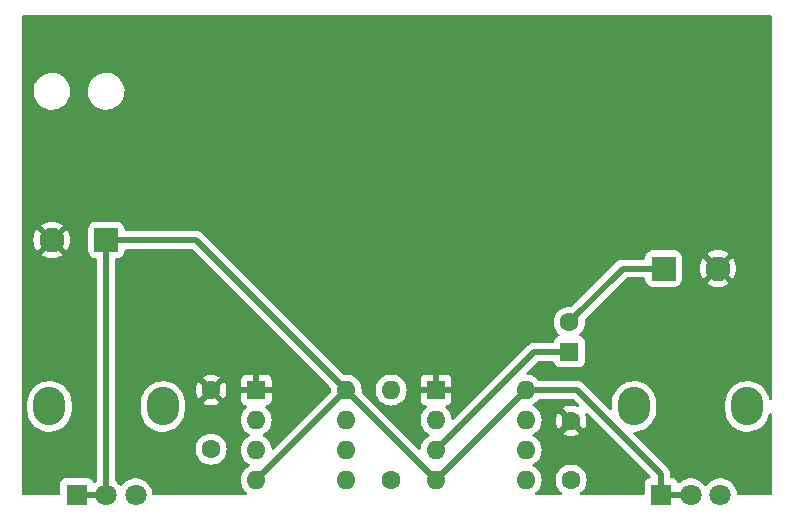
<source format=gbr>
%TF.GenerationSoftware,KiCad,Pcbnew,7.0.9*%
%TF.CreationDate,2023-11-29T23:53:56+08:00*%
%TF.ProjectId,SynthCard,53796e74-6843-4617-9264-2e6b69636164,rev?*%
%TF.SameCoordinates,Original*%
%TF.FileFunction,Copper,L1,Top*%
%TF.FilePolarity,Positive*%
%FSLAX46Y46*%
G04 Gerber Fmt 4.6, Leading zero omitted, Abs format (unit mm)*
G04 Created by KiCad (PCBNEW 7.0.9) date 2023-11-29 23:53:56*
%MOMM*%
%LPD*%
G01*
G04 APERTURE LIST*
G04 Aperture macros list*
%AMRoundRect*
0 Rectangle with rounded corners*
0 $1 Rounding radius*
0 $2 $3 $4 $5 $6 $7 $8 $9 X,Y pos of 4 corners*
0 Add a 4 corners polygon primitive as box body*
4,1,4,$2,$3,$4,$5,$6,$7,$8,$9,$2,$3,0*
0 Add four circle primitives for the rounded corners*
1,1,$1+$1,$2,$3*
1,1,$1+$1,$4,$5*
1,1,$1+$1,$6,$7*
1,1,$1+$1,$8,$9*
0 Add four rect primitives between the rounded corners*
20,1,$1+$1,$2,$3,$4,$5,0*
20,1,$1+$1,$4,$5,$6,$7,0*
20,1,$1+$1,$6,$7,$8,$9,0*
20,1,$1+$1,$8,$9,$2,$3,0*%
G04 Aperture macros list end*
%TA.AperFunction,ComponentPad*%
%ADD10C,1.600000*%
%TD*%
%TA.AperFunction,ComponentPad*%
%ADD11O,1.600000X1.600000*%
%TD*%
%TA.AperFunction,ComponentPad*%
%ADD12R,1.600000X1.600000*%
%TD*%
%TA.AperFunction,ComponentPad*%
%ADD13O,2.720000X3.240000*%
%TD*%
%TA.AperFunction,ComponentPad*%
%ADD14R,1.800000X1.800000*%
%TD*%
%TA.AperFunction,ComponentPad*%
%ADD15C,1.800000*%
%TD*%
%TA.AperFunction,ComponentPad*%
%ADD16RoundRect,0.250001X-0.799999X-0.799999X0.799999X-0.799999X0.799999X0.799999X-0.799999X0.799999X0*%
%TD*%
%TA.AperFunction,ComponentPad*%
%ADD17C,2.100000*%
%TD*%
%TA.AperFunction,ComponentPad*%
%ADD18RoundRect,0.250001X0.799999X0.799999X-0.799999X0.799999X-0.799999X-0.799999X0.799999X-0.799999X0*%
%TD*%
%TA.AperFunction,Conductor*%
%ADD19C,0.500000*%
%TD*%
G04 APERTURE END LIST*
D10*
%TO.P,R1,1*%
%TO.N,Net-(U1-THR)*%
X135400000Y-120650000D03*
D11*
%TO.P,R1,2*%
%TO.N,Net-(U1-DIS)*%
X135400000Y-113030000D03*
%TD*%
D10*
%TO.P,C2,1*%
%TO.N,Net-(U2-DIS)*%
X150640000Y-120650000D03*
%TO.P,C2,2*%
%TO.N,GND*%
X150640000Y-115650000D03*
%TD*%
D12*
%TO.P,C3,1*%
%TO.N,Net-(U2-Q)*%
X150495000Y-109790113D03*
D10*
%TO.P,C3,2*%
%TO.N,Net-(C3-Pad2)*%
X150495000Y-107290113D03*
%TD*%
%TO.P,C1,1*%
%TO.N,Net-(U1-TR)*%
X120160000Y-118030000D03*
%TO.P,C1,2*%
%TO.N,GND*%
X120160000Y-113030000D03*
%TD*%
D13*
%TO.P,RV1,*%
%TO.N,*%
X106480000Y-114420000D03*
X116080000Y-114420000D03*
D14*
%TO.P,RV1,1,1*%
%TO.N,+9V*%
X108780000Y-121920000D03*
D15*
%TO.P,RV1,2,2*%
X111280000Y-121920000D03*
%TO.P,RV1,3,3*%
%TO.N,Net-(U1-Q)*%
X113780000Y-121920000D03*
%TD*%
D12*
%TO.P,U1,1,GND*%
%TO.N,GND*%
X123980000Y-113030000D03*
D11*
%TO.P,U1,2,TR*%
%TO.N,Net-(U1-TR)*%
X123980000Y-115570000D03*
%TO.P,U1,3,Q*%
%TO.N,Net-(U1-Q)*%
X123980000Y-118110000D03*
%TO.P,U1,4,R*%
%TO.N,+9V*%
X123980000Y-120650000D03*
%TO.P,U1,5,CV*%
%TO.N,unconnected-(U1-CV-Pad5)*%
X131600000Y-120650000D03*
%TO.P,U1,6,THR*%
%TO.N,Net-(U1-THR)*%
X131600000Y-118110000D03*
%TO.P,U1,7,DIS*%
%TO.N,Net-(U1-DIS)*%
X131600000Y-115570000D03*
%TO.P,U1,8,VCC*%
%TO.N,+9V*%
X131600000Y-113030000D03*
%TD*%
D16*
%TO.P,LS1,1,1*%
%TO.N,Net-(C3-Pad2)*%
X158482000Y-102743000D03*
D17*
%TO.P,LS1,2,2*%
%TO.N,GND*%
X163082000Y-102743000D03*
%TD*%
D18*
%TO.P,BT1,1,+*%
%TO.N,+9V*%
X111280000Y-100330000D03*
D17*
%TO.P,BT1,2,-*%
%TO.N,GND*%
X106680000Y-100330000D03*
%TD*%
D12*
%TO.P,U2,1,GND*%
%TO.N,GND*%
X139210000Y-113030000D03*
D11*
%TO.P,U2,2,TR*%
%TO.N,Net-(U1-Q)*%
X139210000Y-115570000D03*
%TO.P,U2,3,Q*%
%TO.N,Net-(U2-Q)*%
X139210000Y-118110000D03*
%TO.P,U2,4,R*%
%TO.N,+9V*%
X139210000Y-120650000D03*
%TO.P,U2,5,CV*%
%TO.N,unconnected-(U2-CV-Pad5)*%
X146830000Y-120650000D03*
%TO.P,U2,6,THR*%
%TO.N,Net-(U2-DIS)*%
X146830000Y-118110000D03*
%TO.P,U2,7,DIS*%
X146830000Y-115570000D03*
%TO.P,U2,8,VCC*%
%TO.N,+9V*%
X146830000Y-113030000D03*
%TD*%
D13*
%TO.P,RV2,*%
%TO.N,*%
X155970000Y-114420000D03*
X165570000Y-114420000D03*
D14*
%TO.P,RV2,1,1*%
%TO.N,+9V*%
X158270000Y-121920000D03*
D15*
%TO.P,RV2,2,2*%
X160770000Y-121920000D03*
%TO.P,RV2,3,3*%
%TO.N,Net-(U2-DIS)*%
X163270000Y-121920000D03*
%TD*%
D19*
%TO.N,+9V*%
X139210000Y-120640000D02*
X139210000Y-120650000D01*
X111280000Y-121920000D02*
X108780000Y-121920000D01*
X146830000Y-113030000D02*
X139210000Y-120650000D01*
X131600000Y-113030000D02*
X139210000Y-120640000D01*
X131600000Y-113030000D02*
X123980000Y-120650000D01*
X118900000Y-100330000D02*
X111280000Y-100330000D01*
X158270000Y-121920000D02*
X160770000Y-121920000D01*
X111280000Y-100330000D02*
X111280000Y-121920000D01*
X131600000Y-113030000D02*
X118900000Y-100330000D01*
X151130000Y-113030000D02*
X158270000Y-120170000D01*
X158270000Y-120170000D02*
X158270000Y-121920000D01*
X146830000Y-113030000D02*
X151130000Y-113030000D01*
%TO.N,Net-(U2-Q)*%
X147529887Y-109790113D02*
X139210000Y-118110000D01*
X150495000Y-109790113D02*
X147529887Y-109790113D01*
%TO.N,Net-(C3-Pad2)*%
X158482000Y-102743000D02*
X155042113Y-102743000D01*
X155042113Y-102743000D02*
X150495000Y-107290113D01*
%TD*%
%TA.AperFunction,Conductor*%
%TO.N,GND*%
G36*
X167583039Y-81299685D02*
G01*
X167628794Y-81352489D01*
X167640000Y-81404000D01*
X167640000Y-113732016D01*
X167620315Y-113799055D01*
X167567511Y-113844810D01*
X167498353Y-113854754D01*
X167434797Y-113825729D01*
X167397023Y-113766951D01*
X167394967Y-113758977D01*
X167364065Y-113620253D01*
X167364063Y-113620249D01*
X167364063Y-113620247D01*
X167266355Y-113364781D01*
X167132493Y-113126264D01*
X167072125Y-113048085D01*
X166965330Y-112909781D01*
X166965321Y-112909771D01*
X166768429Y-112719944D01*
X166768427Y-112719942D01*
X166651522Y-112636303D01*
X166545981Y-112560795D01*
X166503829Y-112539123D01*
X166302749Y-112435739D01*
X166302727Y-112435730D01*
X166043883Y-112347424D01*
X166043870Y-112347421D01*
X166042782Y-112347220D01*
X165774903Y-112297740D01*
X165501577Y-112287751D01*
X165229703Y-112317666D01*
X164965084Y-112386846D01*
X164713364Y-112493814D01*
X164479892Y-112636300D01*
X164479882Y-112636307D01*
X164269654Y-112811260D01*
X164269648Y-112811266D01*
X164087133Y-113014966D01*
X163936217Y-113243077D01*
X163820121Y-113490732D01*
X163820119Y-113490739D01*
X163741326Y-113752633D01*
X163741323Y-113752647D01*
X163723419Y-113874304D01*
X163701500Y-114023243D01*
X163701500Y-114748288D01*
X163715756Y-114943075D01*
X163716467Y-114952782D01*
X163716469Y-114952795D01*
X163775934Y-115219746D01*
X163775937Y-115219753D01*
X163873645Y-115475219D01*
X163996126Y-115693458D01*
X164007506Y-115713734D01*
X164007509Y-115713739D01*
X164174669Y-115930218D01*
X164174678Y-115930228D01*
X164283521Y-116035165D01*
X164371574Y-116120059D01*
X164594019Y-116279205D01*
X164639291Y-116302481D01*
X164837250Y-116404260D01*
X164837261Y-116404264D01*
X164837266Y-116404267D01*
X164837272Y-116404269D01*
X165096116Y-116492575D01*
X165096122Y-116492576D01*
X165096130Y-116492579D01*
X165365093Y-116542259D01*
X165529091Y-116548252D01*
X165638422Y-116552248D01*
X165638422Y-116552247D01*
X165638424Y-116552248D01*
X165910296Y-116522334D01*
X166174916Y-116453153D01*
X166289971Y-116404260D01*
X166426635Y-116346185D01*
X166426638Y-116346183D01*
X166426643Y-116346181D01*
X166660112Y-116203697D01*
X166870347Y-116028738D01*
X167052867Y-115825033D01*
X167203783Y-115596923D01*
X167319877Y-115349271D01*
X167349743Y-115250000D01*
X167397258Y-115092070D01*
X167435421Y-115033544D01*
X167499169Y-115004942D01*
X167568259Y-115015344D01*
X167620758Y-115061449D01*
X167640000Y-115127794D01*
X167640000Y-121796000D01*
X167620315Y-121863039D01*
X167567511Y-121908794D01*
X167516000Y-121920000D01*
X164797477Y-121920000D01*
X164730438Y-121900315D01*
X164684683Y-121847511D01*
X164673901Y-121806240D01*
X164664051Y-121687377D01*
X164664051Y-121687374D01*
X164606749Y-121461093D01*
X164512984Y-121247331D01*
X164432706Y-121124456D01*
X164385313Y-121051915D01*
X164227223Y-120880185D01*
X164227222Y-120880184D01*
X164227220Y-120880182D01*
X164043017Y-120736810D01*
X164043015Y-120736809D01*
X164043014Y-120736808D01*
X164043011Y-120736806D01*
X163837733Y-120625716D01*
X163837730Y-120625715D01*
X163837727Y-120625713D01*
X163837721Y-120625711D01*
X163837719Y-120625710D01*
X163616954Y-120549920D01*
X163415051Y-120516229D01*
X163386712Y-120511500D01*
X163153288Y-120511500D01*
X163124949Y-120516229D01*
X162923045Y-120549920D01*
X162702280Y-120625710D01*
X162702266Y-120625716D01*
X162496988Y-120736806D01*
X162496985Y-120736808D01*
X162312781Y-120880181D01*
X162312776Y-120880185D01*
X162154688Y-121051913D01*
X162123809Y-121099178D01*
X162070662Y-121144534D01*
X162001431Y-121153958D01*
X161938095Y-121124456D01*
X161916191Y-121099178D01*
X161885311Y-121051913D01*
X161727223Y-120880185D01*
X161727222Y-120880184D01*
X161727220Y-120880182D01*
X161543017Y-120736810D01*
X161543015Y-120736809D01*
X161543014Y-120736808D01*
X161543011Y-120736806D01*
X161337733Y-120625716D01*
X161337730Y-120625715D01*
X161337727Y-120625713D01*
X161337721Y-120625711D01*
X161337719Y-120625710D01*
X161116954Y-120549920D01*
X160915051Y-120516229D01*
X160886712Y-120511500D01*
X160653288Y-120511500D01*
X160624949Y-120516229D01*
X160423045Y-120549920D01*
X160202280Y-120625710D01*
X160202266Y-120625716D01*
X159996988Y-120736806D01*
X159996986Y-120736807D01*
X159828123Y-120868239D01*
X159763129Y-120893881D01*
X159694589Y-120880314D01*
X159644264Y-120831846D01*
X159635780Y-120813719D01*
X159620889Y-120773796D01*
X159612616Y-120762745D01*
X159533261Y-120656739D01*
X159416204Y-120569111D01*
X159279203Y-120518011D01*
X159218654Y-120511500D01*
X159218638Y-120511500D01*
X159152500Y-120511500D01*
X159085461Y-120491815D01*
X159039706Y-120439011D01*
X159028500Y-120387500D01*
X159028500Y-120234294D01*
X159029809Y-120216324D01*
X159030229Y-120213449D01*
X159033341Y-120192211D01*
X159028735Y-120139573D01*
X159028500Y-120134172D01*
X159028500Y-120125824D01*
X159028499Y-120125813D01*
X159024652Y-120092903D01*
X159017887Y-120015576D01*
X159016427Y-120008503D01*
X159016473Y-120008493D01*
X159014790Y-120000902D01*
X159014744Y-120000914D01*
X159013080Y-119993895D01*
X159013079Y-119993887D01*
X158986526Y-119920934D01*
X158962114Y-119847262D01*
X158962113Y-119847260D01*
X158959061Y-119840715D01*
X158959105Y-119840694D01*
X158955717Y-119833695D01*
X158955674Y-119833717D01*
X158952436Y-119827269D01*
X158909766Y-119762394D01*
X158869030Y-119696349D01*
X158864553Y-119690687D01*
X158864590Y-119690656D01*
X158859681Y-119684629D01*
X158859645Y-119684660D01*
X158855005Y-119679131D01*
X158855003Y-119679129D01*
X158855001Y-119679126D01*
X158817560Y-119643802D01*
X158798517Y-119625835D01*
X155936160Y-116763479D01*
X155902675Y-116702156D01*
X155907659Y-116632464D01*
X155949531Y-116576531D01*
X156014995Y-116552114D01*
X156028370Y-116551881D01*
X156038422Y-116552248D01*
X156038422Y-116552247D01*
X156038424Y-116552248D01*
X156310296Y-116522334D01*
X156574916Y-116453153D01*
X156689971Y-116404260D01*
X156826635Y-116346185D01*
X156826638Y-116346183D01*
X156826643Y-116346181D01*
X157060112Y-116203697D01*
X157270347Y-116028738D01*
X157452867Y-115825033D01*
X157603783Y-115596923D01*
X157719877Y-115349271D01*
X157788629Y-115120750D01*
X157798673Y-115087366D01*
X157798673Y-115087362D01*
X157798676Y-115087355D01*
X157838500Y-114816757D01*
X157838500Y-114091712D01*
X157823533Y-113887217D01*
X157796743Y-113766951D01*
X157764065Y-113620253D01*
X157764063Y-113620249D01*
X157764063Y-113620247D01*
X157666355Y-113364781D01*
X157532493Y-113126264D01*
X157472125Y-113048085D01*
X157365330Y-112909781D01*
X157365321Y-112909771D01*
X157168429Y-112719944D01*
X157168427Y-112719942D01*
X157051522Y-112636303D01*
X156945981Y-112560795D01*
X156903829Y-112539123D01*
X156702749Y-112435739D01*
X156702727Y-112435730D01*
X156443883Y-112347424D01*
X156443870Y-112347421D01*
X156442782Y-112347220D01*
X156174903Y-112297740D01*
X155901577Y-112287751D01*
X155629703Y-112317666D01*
X155365084Y-112386846D01*
X155113364Y-112493814D01*
X154879892Y-112636300D01*
X154879882Y-112636307D01*
X154669654Y-112811260D01*
X154669648Y-112811266D01*
X154487133Y-113014966D01*
X154336217Y-113243077D01*
X154220121Y-113490732D01*
X154220119Y-113490739D01*
X154141326Y-113752633D01*
X154141323Y-113752647D01*
X154123419Y-113874304D01*
X154101500Y-114023243D01*
X154101500Y-114023247D01*
X154101500Y-114629457D01*
X154081815Y-114696496D01*
X154029011Y-114742251D01*
X153959853Y-114752195D01*
X153896297Y-114723170D01*
X153889819Y-114717138D01*
X151711804Y-112539123D01*
X151700022Y-112525490D01*
X151685472Y-112505946D01*
X151685471Y-112505945D01*
X151685469Y-112505942D01*
X151684595Y-112505208D01*
X151644987Y-112471972D01*
X151640998Y-112468317D01*
X151635102Y-112462421D01*
X151635101Y-112462420D01*
X151609103Y-112441863D01*
X151601797Y-112435733D01*
X151549642Y-112391970D01*
X151549640Y-112391968D01*
X151549635Y-112391965D01*
X151543605Y-112387999D01*
X151543630Y-112387959D01*
X151537069Y-112383779D01*
X151537045Y-112383820D01*
X151530904Y-112380031D01*
X151460540Y-112347220D01*
X151391185Y-112312389D01*
X151384401Y-112309920D01*
X151384416Y-112309876D01*
X151377071Y-112307322D01*
X151377057Y-112307367D01*
X151370205Y-112305096D01*
X151332177Y-112297244D01*
X151294149Y-112289392D01*
X151218656Y-112271500D01*
X151218654Y-112271500D01*
X151218646Y-112271498D01*
X151211482Y-112270661D01*
X151211487Y-112270612D01*
X151203757Y-112269822D01*
X151203753Y-112269870D01*
X151196562Y-112269240D01*
X151118920Y-112271500D01*
X147960826Y-112271500D01*
X147893787Y-112251815D01*
X147859252Y-112218625D01*
X147836198Y-112185700D01*
X147674300Y-112023802D01*
X147486749Y-111892477D01*
X147486745Y-111892475D01*
X147279249Y-111795718D01*
X147279238Y-111795714D01*
X147058089Y-111736457D01*
X147058082Y-111736456D01*
X146953458Y-111727303D01*
X146888390Y-111701850D01*
X146847411Y-111645259D01*
X146843533Y-111575497D01*
X146876583Y-111516096D01*
X147807749Y-110584932D01*
X147869072Y-110551447D01*
X147895430Y-110548613D01*
X149065426Y-110548613D01*
X149132465Y-110568298D01*
X149178220Y-110621102D01*
X149188715Y-110659358D01*
X149193010Y-110699314D01*
X149193011Y-110699317D01*
X149244111Y-110836317D01*
X149331739Y-110953374D01*
X149448796Y-111041002D01*
X149585799Y-111092102D01*
X149613050Y-111095031D01*
X149646345Y-111098612D01*
X149646362Y-111098613D01*
X151343638Y-111098613D01*
X151343654Y-111098612D01*
X151370692Y-111095704D01*
X151404201Y-111092102D01*
X151541204Y-111041002D01*
X151658261Y-110953374D01*
X151745889Y-110836317D01*
X151796989Y-110699314D01*
X151801285Y-110659358D01*
X151803499Y-110638767D01*
X151803500Y-110638750D01*
X151803500Y-108941475D01*
X151803499Y-108941458D01*
X151800157Y-108910383D01*
X151796989Y-108880912D01*
X151745889Y-108743909D01*
X151658261Y-108626852D01*
X151541204Y-108539224D01*
X151398006Y-108485812D01*
X151342073Y-108443940D01*
X151317657Y-108378475D01*
X151332510Y-108310203D01*
X151353654Y-108281956D01*
X151501198Y-108134413D01*
X151632523Y-107946862D01*
X151729284Y-107739356D01*
X151788543Y-107518200D01*
X151808498Y-107290113D01*
X151794163Y-107126269D01*
X151807929Y-107057771D01*
X151830007Y-107027785D01*
X155319975Y-103537819D01*
X155381298Y-103504334D01*
X155407656Y-103501500D01*
X156802119Y-103501500D01*
X156869158Y-103521185D01*
X156914913Y-103573989D01*
X156925477Y-103612897D01*
X156934113Y-103697428D01*
X156989883Y-103865735D01*
X156989884Y-103865738D01*
X157082967Y-104016647D01*
X157082970Y-104016651D01*
X157208348Y-104142029D01*
X157208352Y-104142032D01*
X157359261Y-104235115D01*
X157359264Y-104235116D01*
X157527571Y-104290886D01*
X157527572Y-104290886D01*
X157527575Y-104290887D01*
X157631456Y-104301500D01*
X157631461Y-104301500D01*
X159332539Y-104301500D01*
X159332544Y-104301500D01*
X159436425Y-104290887D01*
X159604738Y-104235115D01*
X159755651Y-104142030D01*
X159881030Y-104016651D01*
X159974115Y-103865738D01*
X160029887Y-103697425D01*
X160040500Y-103593544D01*
X160040500Y-102743000D01*
X161527207Y-102743000D01*
X161546348Y-102986219D01*
X161603303Y-103223457D01*
X161696668Y-103448861D01*
X161820504Y-103650942D01*
X162556070Y-102915376D01*
X162558884Y-102928915D01*
X162628442Y-103063156D01*
X162731638Y-103173652D01*
X162860819Y-103252209D01*
X162912002Y-103266549D01*
X162174056Y-104004494D01*
X162376138Y-104128331D01*
X162601542Y-104221696D01*
X162838780Y-104278651D01*
X162838779Y-104278651D01*
X163082000Y-104297792D01*
X163325219Y-104278651D01*
X163562457Y-104221696D01*
X163787861Y-104128331D01*
X163989942Y-104004494D01*
X163253568Y-103268121D01*
X163370458Y-103217349D01*
X163487739Y-103121934D01*
X163574928Y-102998415D01*
X163605354Y-102912802D01*
X164343494Y-103650942D01*
X164467331Y-103448861D01*
X164560696Y-103223457D01*
X164617651Y-102986219D01*
X164636792Y-102743000D01*
X164617651Y-102499780D01*
X164560696Y-102262542D01*
X164467331Y-102037138D01*
X164343494Y-101835056D01*
X163607929Y-102570622D01*
X163605116Y-102557085D01*
X163535558Y-102422844D01*
X163432362Y-102312348D01*
X163303181Y-102233791D01*
X163251997Y-102219450D01*
X163989942Y-101481504D01*
X163787861Y-101357668D01*
X163562457Y-101264303D01*
X163325219Y-101207348D01*
X163325220Y-101207348D01*
X163082000Y-101188207D01*
X162838780Y-101207348D01*
X162601542Y-101264303D01*
X162376146Y-101357665D01*
X162376141Y-101357668D01*
X162174056Y-101481504D01*
X162910431Y-102217878D01*
X162793542Y-102268651D01*
X162676261Y-102364066D01*
X162589072Y-102487585D01*
X162558645Y-102573197D01*
X161820504Y-101835056D01*
X161696668Y-102037141D01*
X161696665Y-102037146D01*
X161603303Y-102262542D01*
X161546348Y-102499780D01*
X161527207Y-102743000D01*
X160040500Y-102743000D01*
X160040500Y-101892456D01*
X160029887Y-101788575D01*
X160010157Y-101729032D01*
X159974116Y-101620264D01*
X159974115Y-101620261D01*
X159881032Y-101469352D01*
X159881029Y-101469348D01*
X159755651Y-101343970D01*
X159755647Y-101343967D01*
X159604738Y-101250884D01*
X159604735Y-101250883D01*
X159436428Y-101195113D01*
X159332551Y-101184500D01*
X159332544Y-101184500D01*
X157631456Y-101184500D01*
X157631448Y-101184500D01*
X157527571Y-101195113D01*
X157359264Y-101250883D01*
X157359261Y-101250884D01*
X157208352Y-101343967D01*
X157208348Y-101343970D01*
X157082970Y-101469348D01*
X157082967Y-101469352D01*
X156989884Y-101620261D01*
X156989883Y-101620264D01*
X156934113Y-101788571D01*
X156925477Y-101873103D01*
X156899080Y-101937795D01*
X156841899Y-101977946D01*
X156802119Y-101984500D01*
X155106407Y-101984500D01*
X155088437Y-101983191D01*
X155064319Y-101979658D01*
X155018764Y-101983645D01*
X155011686Y-101984264D01*
X155006285Y-101984500D01*
X154997932Y-101984500D01*
X154965016Y-101988347D01*
X154887687Y-101995112D01*
X154880619Y-101996572D01*
X154880609Y-101996528D01*
X154873019Y-101998210D01*
X154873030Y-101998254D01*
X154866006Y-101999919D01*
X154866000Y-101999920D01*
X154866000Y-101999921D01*
X154841527Y-102008827D01*
X154793046Y-102026473D01*
X154719370Y-102050887D01*
X154712833Y-102053936D01*
X154712813Y-102053894D01*
X154705809Y-102057285D01*
X154705830Y-102057326D01*
X154699382Y-102060564D01*
X154634507Y-102103233D01*
X154568465Y-102143967D01*
X154562796Y-102148450D01*
X154562766Y-102148413D01*
X154556740Y-102153322D01*
X154556770Y-102153357D01*
X154551245Y-102157993D01*
X154497949Y-102214482D01*
X150757329Y-105955101D01*
X150696006Y-105988586D01*
X150658841Y-105990948D01*
X150495002Y-105976615D01*
X150494998Y-105976615D01*
X150266918Y-105996569D01*
X150266910Y-105996570D01*
X150045761Y-106055827D01*
X150045750Y-106055831D01*
X149838254Y-106152588D01*
X149838252Y-106152589D01*
X149838251Y-106152590D01*
X149650700Y-106283915D01*
X149650698Y-106283916D01*
X149650695Y-106283919D01*
X149488806Y-106445808D01*
X149357476Y-106633365D01*
X149357475Y-106633367D01*
X149260718Y-106840863D01*
X149260714Y-106840874D01*
X149201457Y-107062023D01*
X149201456Y-107062031D01*
X149181502Y-107290111D01*
X149181502Y-107290114D01*
X149201456Y-107518194D01*
X149201457Y-107518202D01*
X149260714Y-107739351D01*
X149260718Y-107739362D01*
X149357475Y-107946858D01*
X149357477Y-107946862D01*
X149488802Y-108134413D01*
X149488806Y-108134417D01*
X149636339Y-108281950D01*
X149669824Y-108343273D01*
X149664840Y-108412965D01*
X149622968Y-108468898D01*
X149591993Y-108485812D01*
X149448795Y-108539224D01*
X149331739Y-108626852D01*
X149244111Y-108743908D01*
X149193011Y-108880908D01*
X149193010Y-108880911D01*
X149188715Y-108920868D01*
X149161977Y-108985419D01*
X149104585Y-109025268D01*
X149065426Y-109031613D01*
X147594181Y-109031613D01*
X147576211Y-109030304D01*
X147552093Y-109026771D01*
X147506538Y-109030758D01*
X147499460Y-109031377D01*
X147494059Y-109031613D01*
X147485706Y-109031613D01*
X147452790Y-109035460D01*
X147375461Y-109042225D01*
X147368393Y-109043685D01*
X147368383Y-109043641D01*
X147360793Y-109045323D01*
X147360804Y-109045367D01*
X147353780Y-109047032D01*
X147353774Y-109047033D01*
X147353774Y-109047034D01*
X147329301Y-109055940D01*
X147280820Y-109073586D01*
X147207144Y-109098000D01*
X147200607Y-109101049D01*
X147200587Y-109101007D01*
X147193583Y-109104398D01*
X147193604Y-109104439D01*
X147187156Y-109107677D01*
X147122281Y-109150346D01*
X147056239Y-109191080D01*
X147050570Y-109195563D01*
X147050540Y-109195526D01*
X147044514Y-109200435D01*
X147044544Y-109200470D01*
X147039019Y-109205106D01*
X146985723Y-109261595D01*
X140723905Y-115523412D01*
X140662582Y-115556897D01*
X140592890Y-115551913D01*
X140536957Y-115510041D01*
X140512696Y-115446538D01*
X140509670Y-115411955D01*
X140503543Y-115341913D01*
X140444284Y-115120757D01*
X140428708Y-115087355D01*
X140381430Y-114985965D01*
X140347523Y-114913251D01*
X140216198Y-114725700D01*
X140054300Y-114563802D01*
X140035998Y-114550986D01*
X139992375Y-114496410D01*
X139985183Y-114426912D01*
X140016706Y-114364558D01*
X140076937Y-114329145D01*
X140093871Y-114326124D01*
X140117379Y-114323596D01*
X140252086Y-114273354D01*
X140252093Y-114273350D01*
X140367187Y-114187190D01*
X140367190Y-114187187D01*
X140453350Y-114072093D01*
X140453354Y-114072086D01*
X140503596Y-113937379D01*
X140503598Y-113937372D01*
X140509999Y-113877844D01*
X140510000Y-113877827D01*
X140510000Y-113280000D01*
X139525686Y-113280000D01*
X139537641Y-113268045D01*
X139595165Y-113155148D01*
X139614986Y-113030000D01*
X139595165Y-112904852D01*
X139537641Y-112791955D01*
X139525686Y-112780000D01*
X140510000Y-112780000D01*
X140510000Y-112182172D01*
X140509999Y-112182155D01*
X140503598Y-112122627D01*
X140503596Y-112122620D01*
X140453354Y-111987913D01*
X140453350Y-111987906D01*
X140367190Y-111872812D01*
X140367187Y-111872809D01*
X140252093Y-111786649D01*
X140252086Y-111786645D01*
X140117379Y-111736403D01*
X140117372Y-111736401D01*
X140057844Y-111730000D01*
X139460000Y-111730000D01*
X139460000Y-112714314D01*
X139448045Y-112702359D01*
X139335148Y-112644835D01*
X139241481Y-112630000D01*
X139178519Y-112630000D01*
X139084852Y-112644835D01*
X138971955Y-112702359D01*
X138960000Y-112714314D01*
X138960000Y-111730000D01*
X138362155Y-111730000D01*
X138302627Y-111736401D01*
X138302620Y-111736403D01*
X138167913Y-111786645D01*
X138167906Y-111786649D01*
X138052812Y-111872809D01*
X138052809Y-111872812D01*
X137966649Y-111987906D01*
X137966645Y-111987913D01*
X137916403Y-112122620D01*
X137916401Y-112122627D01*
X137910000Y-112182155D01*
X137910000Y-112780000D01*
X138894314Y-112780000D01*
X138882359Y-112791955D01*
X138824835Y-112904852D01*
X138805014Y-113030000D01*
X138824835Y-113155148D01*
X138882359Y-113268045D01*
X138894314Y-113280000D01*
X137910000Y-113280000D01*
X137910000Y-113877844D01*
X137916401Y-113937372D01*
X137916403Y-113937379D01*
X137966645Y-114072086D01*
X137966649Y-114072093D01*
X138052809Y-114187187D01*
X138052812Y-114187190D01*
X138167906Y-114273350D01*
X138167913Y-114273354D01*
X138302620Y-114323596D01*
X138302619Y-114323596D01*
X138326129Y-114326124D01*
X138390680Y-114352862D01*
X138430529Y-114410254D01*
X138433023Y-114480079D01*
X138397372Y-114540168D01*
X138384002Y-114550986D01*
X138365699Y-114563802D01*
X138203806Y-114725695D01*
X138203803Y-114725698D01*
X138203802Y-114725700D01*
X138185250Y-114752195D01*
X138072476Y-114913252D01*
X138072475Y-114913254D01*
X137975718Y-115120750D01*
X137975714Y-115120761D01*
X137916457Y-115341910D01*
X137916456Y-115341918D01*
X137896502Y-115569998D01*
X137896502Y-115570001D01*
X137916456Y-115798081D01*
X137916457Y-115798089D01*
X137975714Y-116019238D01*
X137975718Y-116019249D01*
X138072475Y-116226745D01*
X138072477Y-116226749D01*
X138203802Y-116414300D01*
X138365700Y-116576198D01*
X138545586Y-116702156D01*
X138553251Y-116707523D01*
X138596345Y-116727618D01*
X138648784Y-116773791D01*
X138667936Y-116840984D01*
X138647720Y-116907865D01*
X138596345Y-116952382D01*
X138553251Y-116972476D01*
X138428126Y-117060090D01*
X138365700Y-117103802D01*
X138365698Y-117103803D01*
X138365695Y-117103806D01*
X138203806Y-117265695D01*
X138072476Y-117453252D01*
X138072475Y-117453254D01*
X137975718Y-117660750D01*
X137975714Y-117660761D01*
X137916457Y-117881910D01*
X137916456Y-117881916D01*
X137908107Y-117977345D01*
X137882654Y-118042413D01*
X137826063Y-118083391D01*
X137756301Y-118087268D01*
X137696898Y-118054217D01*
X132935010Y-113292329D01*
X132901525Y-113231006D01*
X132899163Y-113193844D01*
X132913498Y-113030001D01*
X134086502Y-113030001D01*
X134106456Y-113258081D01*
X134106457Y-113258089D01*
X134165714Y-113479238D01*
X134165718Y-113479249D01*
X134260485Y-113682478D01*
X134262477Y-113686749D01*
X134393802Y-113874300D01*
X134555700Y-114036198D01*
X134743251Y-114167523D01*
X134868091Y-114225736D01*
X134950750Y-114264281D01*
X134950752Y-114264281D01*
X134950757Y-114264284D01*
X135171913Y-114323543D01*
X135334832Y-114337796D01*
X135399998Y-114343498D01*
X135400000Y-114343498D01*
X135400002Y-114343498D01*
X135457021Y-114338509D01*
X135628087Y-114323543D01*
X135849243Y-114264284D01*
X136056749Y-114167523D01*
X136244300Y-114036198D01*
X136406198Y-113874300D01*
X136537523Y-113686749D01*
X136634284Y-113479243D01*
X136693543Y-113258087D01*
X136713498Y-113030000D01*
X136693543Y-112801913D01*
X136634284Y-112580757D01*
X136537523Y-112373251D01*
X136406198Y-112185700D01*
X136244300Y-112023802D01*
X136056749Y-111892477D01*
X136056745Y-111892475D01*
X135849249Y-111795718D01*
X135849238Y-111795714D01*
X135628089Y-111736457D01*
X135628081Y-111736456D01*
X135400002Y-111716502D01*
X135399998Y-111716502D01*
X135171918Y-111736456D01*
X135171910Y-111736457D01*
X134950761Y-111795714D01*
X134950750Y-111795718D01*
X134743254Y-111892475D01*
X134743252Y-111892476D01*
X134672856Y-111941767D01*
X134555700Y-112023802D01*
X134555698Y-112023803D01*
X134555695Y-112023806D01*
X134393806Y-112185695D01*
X134393803Y-112185698D01*
X134393802Y-112185700D01*
X134333724Y-112271500D01*
X134262476Y-112373252D01*
X134262475Y-112373254D01*
X134165718Y-112580750D01*
X134165714Y-112580761D01*
X134106457Y-112801910D01*
X134106456Y-112801918D01*
X134086502Y-113029998D01*
X134086502Y-113030001D01*
X132913498Y-113030001D01*
X132913498Y-113030000D01*
X132893543Y-112801913D01*
X132834284Y-112580757D01*
X132737523Y-112373251D01*
X132606198Y-112185700D01*
X132444300Y-112023802D01*
X132256749Y-111892477D01*
X132256745Y-111892475D01*
X132049249Y-111795718D01*
X132049238Y-111795714D01*
X131828089Y-111736457D01*
X131828081Y-111736456D01*
X131600002Y-111716502D01*
X131599997Y-111716502D01*
X131436156Y-111730835D01*
X131367657Y-111717068D01*
X131337669Y-111694988D01*
X119481804Y-99839123D01*
X119470022Y-99825490D01*
X119455472Y-99805946D01*
X119455471Y-99805945D01*
X119455469Y-99805942D01*
X119442925Y-99795416D01*
X119414987Y-99771972D01*
X119410998Y-99768317D01*
X119405102Y-99762421D01*
X119405101Y-99762420D01*
X119379103Y-99741863D01*
X119319640Y-99691968D01*
X119319635Y-99691965D01*
X119313605Y-99687999D01*
X119313630Y-99687959D01*
X119307069Y-99683779D01*
X119307045Y-99683820D01*
X119300904Y-99680031D01*
X119230540Y-99647220D01*
X119161185Y-99612389D01*
X119154401Y-99609920D01*
X119154416Y-99609876D01*
X119147071Y-99607322D01*
X119147057Y-99607367D01*
X119140205Y-99605096D01*
X119102177Y-99597244D01*
X119064149Y-99589392D01*
X118988656Y-99571500D01*
X118988654Y-99571500D01*
X118988646Y-99571498D01*
X118981482Y-99570661D01*
X118981487Y-99570612D01*
X118973757Y-99569822D01*
X118973753Y-99569870D01*
X118966562Y-99569240D01*
X118888920Y-99571500D01*
X112959881Y-99571500D01*
X112892842Y-99551815D01*
X112847087Y-99499011D01*
X112836523Y-99460103D01*
X112832636Y-99422056D01*
X112827887Y-99375575D01*
X112772115Y-99207262D01*
X112772115Y-99207261D01*
X112679032Y-99056352D01*
X112679029Y-99056348D01*
X112553651Y-98930970D01*
X112553647Y-98930967D01*
X112402738Y-98837884D01*
X112402735Y-98837883D01*
X112234428Y-98782113D01*
X112130551Y-98771500D01*
X112130544Y-98771500D01*
X110429456Y-98771500D01*
X110429448Y-98771500D01*
X110325571Y-98782113D01*
X110157264Y-98837883D01*
X110157261Y-98837884D01*
X110006352Y-98930967D01*
X110006348Y-98930970D01*
X109880970Y-99056348D01*
X109880967Y-99056352D01*
X109787884Y-99207261D01*
X109787883Y-99207264D01*
X109732113Y-99375571D01*
X109721500Y-99479448D01*
X109721500Y-101180551D01*
X109732113Y-101284428D01*
X109787883Y-101452735D01*
X109787884Y-101452738D01*
X109880967Y-101603647D01*
X109880970Y-101603651D01*
X110006348Y-101729029D01*
X110006352Y-101729032D01*
X110157261Y-101822115D01*
X110157264Y-101822116D01*
X110196316Y-101835056D01*
X110325575Y-101877887D01*
X110410104Y-101886522D01*
X110474794Y-101912918D01*
X110514945Y-101970098D01*
X110521500Y-102009880D01*
X110521500Y-120664891D01*
X110501815Y-120731930D01*
X110473662Y-120762745D01*
X110338123Y-120868239D01*
X110273129Y-120893881D01*
X110204589Y-120880314D01*
X110154264Y-120831846D01*
X110145780Y-120813719D01*
X110130889Y-120773796D01*
X110122616Y-120762745D01*
X110043261Y-120656739D01*
X109926204Y-120569111D01*
X109789203Y-120518011D01*
X109728654Y-120511500D01*
X109728638Y-120511500D01*
X107831362Y-120511500D01*
X107831345Y-120511500D01*
X107770797Y-120518011D01*
X107770795Y-120518011D01*
X107633795Y-120569111D01*
X107516739Y-120656739D01*
X107429111Y-120773795D01*
X107378011Y-120910795D01*
X107378011Y-120910797D01*
X107371500Y-120971345D01*
X107371500Y-121796000D01*
X107351815Y-121863039D01*
X107299011Y-121908794D01*
X107247500Y-121920000D01*
X104264000Y-121920000D01*
X104196961Y-121900315D01*
X104151206Y-121847511D01*
X104140000Y-121796000D01*
X104140000Y-114748288D01*
X104611500Y-114748288D01*
X104625756Y-114943075D01*
X104626467Y-114952782D01*
X104626469Y-114952795D01*
X104685934Y-115219746D01*
X104685937Y-115219753D01*
X104783645Y-115475219D01*
X104906126Y-115693458D01*
X104917506Y-115713734D01*
X104917509Y-115713739D01*
X105084669Y-115930218D01*
X105084678Y-115930228D01*
X105193521Y-116035165D01*
X105281574Y-116120059D01*
X105504019Y-116279205D01*
X105549291Y-116302481D01*
X105747250Y-116404260D01*
X105747261Y-116404264D01*
X105747266Y-116404267D01*
X105747272Y-116404269D01*
X106006116Y-116492575D01*
X106006122Y-116492576D01*
X106006130Y-116492579D01*
X106275093Y-116542259D01*
X106439091Y-116548252D01*
X106548422Y-116552248D01*
X106548422Y-116552247D01*
X106548424Y-116552248D01*
X106820296Y-116522334D01*
X107084916Y-116453153D01*
X107199971Y-116404260D01*
X107336635Y-116346185D01*
X107336638Y-116346183D01*
X107336643Y-116346181D01*
X107570112Y-116203697D01*
X107780347Y-116028738D01*
X107962867Y-115825033D01*
X108113783Y-115596923D01*
X108229877Y-115349271D01*
X108298629Y-115120750D01*
X108308673Y-115087366D01*
X108308673Y-115087362D01*
X108308676Y-115087355D01*
X108348500Y-114816757D01*
X108348500Y-114091712D01*
X108333533Y-113887217D01*
X108306743Y-113766951D01*
X108274065Y-113620253D01*
X108274063Y-113620249D01*
X108274063Y-113620247D01*
X108176355Y-113364781D01*
X108042493Y-113126264D01*
X107982125Y-113048085D01*
X107875330Y-112909781D01*
X107875321Y-112909771D01*
X107678429Y-112719944D01*
X107678427Y-112719942D01*
X107561522Y-112636303D01*
X107455981Y-112560795D01*
X107413829Y-112539123D01*
X107212749Y-112435739D01*
X107212727Y-112435730D01*
X106953883Y-112347424D01*
X106953870Y-112347421D01*
X106952782Y-112347220D01*
X106684903Y-112297740D01*
X106411577Y-112287751D01*
X106139703Y-112317666D01*
X105875084Y-112386846D01*
X105623364Y-112493814D01*
X105389892Y-112636300D01*
X105389882Y-112636307D01*
X105179654Y-112811260D01*
X105179648Y-112811266D01*
X104997133Y-113014966D01*
X104846217Y-113243077D01*
X104730121Y-113490732D01*
X104730119Y-113490739D01*
X104651326Y-113752633D01*
X104651323Y-113752647D01*
X104633419Y-113874304D01*
X104611500Y-114023243D01*
X104611500Y-114748288D01*
X104140000Y-114748288D01*
X104140000Y-100330000D01*
X105125207Y-100330000D01*
X105144348Y-100573219D01*
X105201303Y-100810457D01*
X105294668Y-101035861D01*
X105418504Y-101237942D01*
X106154070Y-100502376D01*
X106156884Y-100515915D01*
X106226442Y-100650156D01*
X106329638Y-100760652D01*
X106458819Y-100839209D01*
X106510002Y-100853549D01*
X105772056Y-101591494D01*
X105974138Y-101715331D01*
X106199542Y-101808696D01*
X106436780Y-101865651D01*
X106436779Y-101865651D01*
X106680000Y-101884792D01*
X106923219Y-101865651D01*
X107160457Y-101808696D01*
X107385861Y-101715331D01*
X107587942Y-101591494D01*
X106851568Y-100855121D01*
X106968458Y-100804349D01*
X107085739Y-100708934D01*
X107172928Y-100585415D01*
X107203354Y-100499802D01*
X107941494Y-101237942D01*
X108065331Y-101035861D01*
X108158696Y-100810457D01*
X108215651Y-100573219D01*
X108234792Y-100330000D01*
X108215651Y-100086780D01*
X108158696Y-99849542D01*
X108065331Y-99624138D01*
X107941494Y-99422056D01*
X107205929Y-100157622D01*
X107203116Y-100144085D01*
X107133558Y-100009844D01*
X107030362Y-99899348D01*
X106901181Y-99820791D01*
X106849997Y-99806450D01*
X107587942Y-99068504D01*
X107385861Y-98944668D01*
X107160457Y-98851303D01*
X106923219Y-98794348D01*
X106923220Y-98794348D01*
X106680000Y-98775207D01*
X106436780Y-98794348D01*
X106199542Y-98851303D01*
X105974146Y-98944665D01*
X105974141Y-98944668D01*
X105772056Y-99068504D01*
X106508431Y-99804878D01*
X106391542Y-99855651D01*
X106274261Y-99951066D01*
X106187072Y-100074585D01*
X106156645Y-100160197D01*
X105418504Y-99422056D01*
X105294668Y-99624141D01*
X105294665Y-99624146D01*
X105201303Y-99849542D01*
X105144348Y-100086780D01*
X105125207Y-100330000D01*
X104140000Y-100330000D01*
X104140000Y-87792629D01*
X105125717Y-87792629D01*
X105155892Y-88041150D01*
X105225540Y-88281601D01*
X105332860Y-88507775D01*
X105405941Y-88613650D01*
X105475068Y-88713797D01*
X105648484Y-88894341D01*
X105848615Y-89044730D01*
X106070279Y-89161069D01*
X106307734Y-89240343D01*
X106307737Y-89240343D01*
X106307739Y-89240344D01*
X106554828Y-89280500D01*
X106554831Y-89280500D01*
X106742482Y-89280500D01*
X106836004Y-89272950D01*
X106929527Y-89265400D01*
X107172591Y-89205490D01*
X107402897Y-89107366D01*
X107614481Y-88973568D01*
X107801862Y-88807563D01*
X107960188Y-88613650D01*
X108085357Y-88396850D01*
X108174128Y-88162780D01*
X108224202Y-87917500D01*
X108229234Y-87792629D01*
X109725717Y-87792629D01*
X109755892Y-88041150D01*
X109825540Y-88281601D01*
X109932860Y-88507775D01*
X110005941Y-88613650D01*
X110075068Y-88713797D01*
X110248484Y-88894341D01*
X110448615Y-89044730D01*
X110670279Y-89161069D01*
X110907734Y-89240343D01*
X110907737Y-89240343D01*
X110907739Y-89240344D01*
X111154828Y-89280500D01*
X111154831Y-89280500D01*
X111342482Y-89280500D01*
X111436004Y-89272950D01*
X111529527Y-89265400D01*
X111772591Y-89205490D01*
X112002897Y-89107366D01*
X112214481Y-88973568D01*
X112401862Y-88807563D01*
X112560188Y-88613650D01*
X112685357Y-88396850D01*
X112774128Y-88162780D01*
X112824202Y-87917500D01*
X112834282Y-87667365D01*
X112804107Y-87418851D01*
X112804107Y-87418849D01*
X112768876Y-87297220D01*
X112734459Y-87178396D01*
X112627141Y-86952228D01*
X112627140Y-86952227D01*
X112627139Y-86952224D01*
X112484933Y-86746205D01*
X112484932Y-86746203D01*
X112311516Y-86565659D01*
X112111385Y-86415270D01*
X112111383Y-86415269D01*
X112111382Y-86415268D01*
X111889726Y-86298933D01*
X111889722Y-86298931D01*
X111889721Y-86298931D01*
X111652266Y-86219657D01*
X111652265Y-86219656D01*
X111652260Y-86219655D01*
X111405172Y-86179500D01*
X111405169Y-86179500D01*
X111217519Y-86179500D01*
X111217518Y-86179500D01*
X111030473Y-86194599D01*
X110787411Y-86254509D01*
X110557106Y-86352632D01*
X110345514Y-86486435D01*
X110158143Y-86652431D01*
X109999809Y-86846353D01*
X109874643Y-87063148D01*
X109785871Y-87297222D01*
X109735798Y-87542493D01*
X109735797Y-87542503D01*
X109725717Y-87792628D01*
X109725717Y-87792629D01*
X108229234Y-87792629D01*
X108234282Y-87667365D01*
X108204107Y-87418851D01*
X108204107Y-87418849D01*
X108168876Y-87297220D01*
X108134459Y-87178396D01*
X108027141Y-86952228D01*
X108027140Y-86952227D01*
X108027139Y-86952224D01*
X107884933Y-86746205D01*
X107884932Y-86746203D01*
X107711516Y-86565659D01*
X107511385Y-86415270D01*
X107511383Y-86415269D01*
X107511382Y-86415268D01*
X107289726Y-86298933D01*
X107289722Y-86298931D01*
X107289721Y-86298931D01*
X107052266Y-86219657D01*
X107052265Y-86219656D01*
X107052260Y-86219655D01*
X106805172Y-86179500D01*
X106805169Y-86179500D01*
X106617519Y-86179500D01*
X106617518Y-86179500D01*
X106430473Y-86194599D01*
X106187411Y-86254509D01*
X105957106Y-86352632D01*
X105745514Y-86486435D01*
X105558143Y-86652431D01*
X105399809Y-86846353D01*
X105274643Y-87063148D01*
X105185871Y-87297222D01*
X105135798Y-87542493D01*
X105135797Y-87542503D01*
X105125717Y-87792628D01*
X105125717Y-87792629D01*
X104140000Y-87792629D01*
X104140000Y-81404000D01*
X104159685Y-81336961D01*
X104212489Y-81291206D01*
X104264000Y-81280000D01*
X167516000Y-81280000D01*
X167583039Y-81299685D01*
G37*
%TD.AperFunction*%
%TA.AperFunction,Conductor*%
G36*
X118601496Y-101108185D02*
G01*
X118622138Y-101124819D01*
X130264988Y-112767669D01*
X130298473Y-112828992D01*
X130300835Y-112866156D01*
X130286502Y-113029996D01*
X130286502Y-113030002D01*
X130300835Y-113193841D01*
X130287068Y-113262341D01*
X130264988Y-113292329D01*
X125493905Y-118063412D01*
X125432582Y-118096897D01*
X125362890Y-118091913D01*
X125306957Y-118050041D01*
X125282696Y-117986539D01*
X125273543Y-117881913D01*
X125214284Y-117660757D01*
X125176981Y-117580761D01*
X125117524Y-117453254D01*
X125117523Y-117453252D01*
X125117523Y-117453251D01*
X124986198Y-117265700D01*
X124824300Y-117103802D01*
X124636749Y-116972477D01*
X124593655Y-116952382D01*
X124541215Y-116906210D01*
X124522063Y-116839017D01*
X124542278Y-116772136D01*
X124593655Y-116727618D01*
X124596882Y-116726112D01*
X124636749Y-116707523D01*
X124824300Y-116576198D01*
X124986198Y-116414300D01*
X125117523Y-116226749D01*
X125214284Y-116019243D01*
X125273543Y-115798087D01*
X125293498Y-115570000D01*
X125273543Y-115341913D01*
X125214284Y-115120757D01*
X125198708Y-115087355D01*
X125151430Y-114985965D01*
X125117523Y-114913251D01*
X124986198Y-114725700D01*
X124824300Y-114563802D01*
X124805998Y-114550986D01*
X124762375Y-114496410D01*
X124755183Y-114426912D01*
X124786706Y-114364558D01*
X124846937Y-114329145D01*
X124863871Y-114326124D01*
X124887379Y-114323596D01*
X125022086Y-114273354D01*
X125022093Y-114273350D01*
X125137187Y-114187190D01*
X125137190Y-114187187D01*
X125223350Y-114072093D01*
X125223354Y-114072086D01*
X125273596Y-113937379D01*
X125273598Y-113937372D01*
X125279999Y-113877844D01*
X125280000Y-113877827D01*
X125280000Y-113280000D01*
X124295686Y-113280000D01*
X124307641Y-113268045D01*
X124365165Y-113155148D01*
X124384986Y-113030000D01*
X124365165Y-112904852D01*
X124307641Y-112791955D01*
X124295686Y-112780000D01*
X125280000Y-112780000D01*
X125280000Y-112182172D01*
X125279999Y-112182155D01*
X125273598Y-112122627D01*
X125273596Y-112122620D01*
X125223354Y-111987913D01*
X125223350Y-111987906D01*
X125137190Y-111872812D01*
X125137187Y-111872809D01*
X125022093Y-111786649D01*
X125022086Y-111786645D01*
X124887379Y-111736403D01*
X124887372Y-111736401D01*
X124827844Y-111730000D01*
X124230000Y-111730000D01*
X124230000Y-112714314D01*
X124218045Y-112702359D01*
X124105148Y-112644835D01*
X124011481Y-112630000D01*
X123948519Y-112630000D01*
X123854852Y-112644835D01*
X123741955Y-112702359D01*
X123730000Y-112714314D01*
X123730000Y-111730000D01*
X123132155Y-111730000D01*
X123072627Y-111736401D01*
X123072620Y-111736403D01*
X122937913Y-111786645D01*
X122937906Y-111786649D01*
X122822812Y-111872809D01*
X122822809Y-111872812D01*
X122736649Y-111987906D01*
X122736645Y-111987913D01*
X122686403Y-112122620D01*
X122686401Y-112122627D01*
X122680000Y-112182155D01*
X122680000Y-112780000D01*
X123664314Y-112780000D01*
X123652359Y-112791955D01*
X123594835Y-112904852D01*
X123575014Y-113030000D01*
X123594835Y-113155148D01*
X123652359Y-113268045D01*
X123664314Y-113280000D01*
X122680000Y-113280000D01*
X122680000Y-113877844D01*
X122686401Y-113937372D01*
X122686403Y-113937379D01*
X122736645Y-114072086D01*
X122736649Y-114072093D01*
X122822809Y-114187187D01*
X122822812Y-114187190D01*
X122937906Y-114273350D01*
X122937913Y-114273354D01*
X123072620Y-114323596D01*
X123072619Y-114323596D01*
X123096129Y-114326124D01*
X123160680Y-114352862D01*
X123200529Y-114410254D01*
X123203023Y-114480079D01*
X123167372Y-114540168D01*
X123154002Y-114550986D01*
X123135699Y-114563802D01*
X122973806Y-114725695D01*
X122973803Y-114725698D01*
X122973802Y-114725700D01*
X122955250Y-114752195D01*
X122842476Y-114913252D01*
X122842475Y-114913254D01*
X122745718Y-115120750D01*
X122745714Y-115120761D01*
X122686457Y-115341910D01*
X122686456Y-115341918D01*
X122666502Y-115569998D01*
X122666502Y-115570001D01*
X122686456Y-115798081D01*
X122686457Y-115798089D01*
X122745714Y-116019238D01*
X122745718Y-116019249D01*
X122842475Y-116226745D01*
X122842477Y-116226749D01*
X122973802Y-116414300D01*
X123135700Y-116576198D01*
X123315586Y-116702156D01*
X123323251Y-116707523D01*
X123366345Y-116727618D01*
X123418784Y-116773791D01*
X123437936Y-116840984D01*
X123417720Y-116907865D01*
X123366345Y-116952382D01*
X123323251Y-116972476D01*
X123198126Y-117060090D01*
X123135700Y-117103802D01*
X123135698Y-117103803D01*
X123135695Y-117103806D01*
X122973806Y-117265695D01*
X122842476Y-117453252D01*
X122842475Y-117453254D01*
X122745718Y-117660750D01*
X122745714Y-117660761D01*
X122686457Y-117881910D01*
X122686456Y-117881918D01*
X122666502Y-118109998D01*
X122666502Y-118110001D01*
X122686456Y-118338081D01*
X122686457Y-118338089D01*
X122745714Y-118559238D01*
X122745718Y-118559249D01*
X122842475Y-118766745D01*
X122842477Y-118766749D01*
X122973802Y-118954300D01*
X123135700Y-119116198D01*
X123323251Y-119247523D01*
X123366345Y-119267618D01*
X123418784Y-119313791D01*
X123437936Y-119380984D01*
X123417720Y-119447865D01*
X123366345Y-119492382D01*
X123323251Y-119512476D01*
X123198126Y-119600090D01*
X123135700Y-119643802D01*
X123135698Y-119643803D01*
X123135695Y-119643806D01*
X122973806Y-119805695D01*
X122973803Y-119805698D01*
X122973802Y-119805700D01*
X122944700Y-119847262D01*
X122842476Y-119993252D01*
X122842475Y-119993254D01*
X122745718Y-120200750D01*
X122745714Y-120200761D01*
X122686457Y-120421910D01*
X122686456Y-120421918D01*
X122666502Y-120649998D01*
X122666502Y-120650001D01*
X122686456Y-120878081D01*
X122686457Y-120878089D01*
X122745714Y-121099238D01*
X122745718Y-121099249D01*
X122814770Y-121247331D01*
X122842477Y-121306749D01*
X122973802Y-121494300D01*
X122973806Y-121494304D01*
X123135699Y-121656197D01*
X123190295Y-121694426D01*
X123233920Y-121749003D01*
X123241112Y-121818501D01*
X123209590Y-121880856D01*
X123149360Y-121916269D01*
X123119171Y-121920000D01*
X115307477Y-121920000D01*
X115240438Y-121900315D01*
X115194683Y-121847511D01*
X115183901Y-121806240D01*
X115174051Y-121687377D01*
X115174051Y-121687374D01*
X115116749Y-121461093D01*
X115022984Y-121247331D01*
X114942706Y-121124456D01*
X114895313Y-121051915D01*
X114737223Y-120880185D01*
X114737222Y-120880184D01*
X114737220Y-120880182D01*
X114553017Y-120736810D01*
X114553015Y-120736809D01*
X114553014Y-120736808D01*
X114553011Y-120736806D01*
X114347733Y-120625716D01*
X114347730Y-120625715D01*
X114347727Y-120625713D01*
X114347721Y-120625711D01*
X114347719Y-120625710D01*
X114126954Y-120549920D01*
X113925051Y-120516229D01*
X113896712Y-120511500D01*
X113663288Y-120511500D01*
X113634949Y-120516229D01*
X113433045Y-120549920D01*
X113212280Y-120625710D01*
X113212266Y-120625716D01*
X113006988Y-120736806D01*
X113006985Y-120736808D01*
X112822781Y-120880181D01*
X112822776Y-120880185D01*
X112664688Y-121051913D01*
X112633809Y-121099178D01*
X112580662Y-121144534D01*
X112511431Y-121153958D01*
X112448095Y-121124456D01*
X112426191Y-121099178D01*
X112395311Y-121051913D01*
X112237223Y-120880185D01*
X112237218Y-120880180D01*
X112086337Y-120762744D01*
X112045524Y-120706034D01*
X112038500Y-120664891D01*
X112038500Y-118030001D01*
X118846502Y-118030001D01*
X118866456Y-118258081D01*
X118866457Y-118258089D01*
X118925714Y-118479238D01*
X118925718Y-118479249D01*
X118963020Y-118559243D01*
X119022477Y-118686749D01*
X119153802Y-118874300D01*
X119315700Y-119036198D01*
X119503251Y-119167523D01*
X119628091Y-119225736D01*
X119710750Y-119264281D01*
X119710752Y-119264281D01*
X119710757Y-119264284D01*
X119931913Y-119323543D01*
X120094832Y-119337796D01*
X120159998Y-119343498D01*
X120160000Y-119343498D01*
X120160002Y-119343498D01*
X120217021Y-119338509D01*
X120388087Y-119323543D01*
X120609243Y-119264284D01*
X120816749Y-119167523D01*
X121004300Y-119036198D01*
X121166198Y-118874300D01*
X121297523Y-118686749D01*
X121394284Y-118479243D01*
X121453543Y-118258087D01*
X121473498Y-118030000D01*
X121453543Y-117801913D01*
X121394284Y-117580757D01*
X121297523Y-117373251D01*
X121166198Y-117185700D01*
X121004300Y-117023802D01*
X120816749Y-116892477D01*
X120781991Y-116876269D01*
X120609249Y-116795718D01*
X120609238Y-116795714D01*
X120388089Y-116736457D01*
X120388081Y-116736456D01*
X120160002Y-116716502D01*
X120159998Y-116716502D01*
X119931918Y-116736456D01*
X119931910Y-116736457D01*
X119710761Y-116795714D01*
X119710750Y-116795718D01*
X119503254Y-116892475D01*
X119503252Y-116892476D01*
X119442321Y-116935141D01*
X119315700Y-117023802D01*
X119315698Y-117023803D01*
X119315695Y-117023806D01*
X119153806Y-117185695D01*
X119022476Y-117373252D01*
X119022475Y-117373254D01*
X118925718Y-117580750D01*
X118925714Y-117580761D01*
X118866457Y-117801910D01*
X118866456Y-117801918D01*
X118846502Y-118029998D01*
X118846502Y-118030001D01*
X112038500Y-118030001D01*
X112038500Y-114748288D01*
X114211500Y-114748288D01*
X114225756Y-114943075D01*
X114226467Y-114952782D01*
X114226469Y-114952795D01*
X114285934Y-115219746D01*
X114285937Y-115219753D01*
X114383645Y-115475219D01*
X114506126Y-115693458D01*
X114517506Y-115713734D01*
X114517509Y-115713739D01*
X114684669Y-115930218D01*
X114684678Y-115930228D01*
X114793521Y-116035165D01*
X114881574Y-116120059D01*
X115104019Y-116279205D01*
X115149291Y-116302481D01*
X115347250Y-116404260D01*
X115347261Y-116404264D01*
X115347266Y-116404267D01*
X115347272Y-116404269D01*
X115606116Y-116492575D01*
X115606122Y-116492576D01*
X115606130Y-116492579D01*
X115875093Y-116542259D01*
X116039091Y-116548252D01*
X116148422Y-116552248D01*
X116148422Y-116552247D01*
X116148424Y-116552248D01*
X116420296Y-116522334D01*
X116684916Y-116453153D01*
X116799971Y-116404260D01*
X116936635Y-116346185D01*
X116936638Y-116346183D01*
X116936643Y-116346181D01*
X117170112Y-116203697D01*
X117380347Y-116028738D01*
X117562867Y-115825033D01*
X117713783Y-115596923D01*
X117829877Y-115349271D01*
X117898629Y-115120750D01*
X117908673Y-115087366D01*
X117908673Y-115087362D01*
X117908676Y-115087355D01*
X117948500Y-114816757D01*
X117948500Y-114091712D01*
X117933533Y-113887217D01*
X117906743Y-113766951D01*
X117874065Y-113620253D01*
X117874063Y-113620249D01*
X117874063Y-113620247D01*
X117776355Y-113364781D01*
X117642493Y-113126264D01*
X117582125Y-113048085D01*
X117568162Y-113030002D01*
X118855034Y-113030002D01*
X118874858Y-113256599D01*
X118874860Y-113256610D01*
X118933730Y-113476317D01*
X118933734Y-113476326D01*
X119029865Y-113682481D01*
X119029866Y-113682483D01*
X119080973Y-113755471D01*
X119080974Y-113755472D01*
X119762046Y-113074399D01*
X119774835Y-113155148D01*
X119832359Y-113268045D01*
X119921955Y-113357641D01*
X120034852Y-113415165D01*
X120115599Y-113427953D01*
X119434526Y-114109025D01*
X119434526Y-114109026D01*
X119507512Y-114160131D01*
X119507516Y-114160133D01*
X119713673Y-114256265D01*
X119713682Y-114256269D01*
X119933389Y-114315139D01*
X119933400Y-114315141D01*
X120159998Y-114334966D01*
X120160002Y-114334966D01*
X120386599Y-114315141D01*
X120386610Y-114315139D01*
X120606317Y-114256269D01*
X120606331Y-114256264D01*
X120812478Y-114160136D01*
X120885472Y-114109025D01*
X120204401Y-113427953D01*
X120285148Y-113415165D01*
X120398045Y-113357641D01*
X120487641Y-113268045D01*
X120545165Y-113155148D01*
X120557953Y-113074400D01*
X121239025Y-113755472D01*
X121290136Y-113682478D01*
X121386264Y-113476331D01*
X121386269Y-113476317D01*
X121445139Y-113256610D01*
X121445141Y-113256599D01*
X121464966Y-113030002D01*
X121464966Y-113029997D01*
X121445141Y-112803400D01*
X121445139Y-112803389D01*
X121386269Y-112583682D01*
X121386265Y-112583673D01*
X121290133Y-112377516D01*
X121290131Y-112377512D01*
X121239026Y-112304526D01*
X121239025Y-112304526D01*
X120557953Y-112985598D01*
X120545165Y-112904852D01*
X120487641Y-112791955D01*
X120398045Y-112702359D01*
X120285148Y-112644835D01*
X120204400Y-112632046D01*
X120885472Y-111950974D01*
X120885471Y-111950973D01*
X120812483Y-111899866D01*
X120812481Y-111899865D01*
X120606326Y-111803734D01*
X120606317Y-111803730D01*
X120386610Y-111744860D01*
X120386599Y-111744858D01*
X120160002Y-111725034D01*
X120159998Y-111725034D01*
X119933400Y-111744858D01*
X119933389Y-111744860D01*
X119713682Y-111803730D01*
X119713673Y-111803734D01*
X119507513Y-111899868D01*
X119434527Y-111950972D01*
X119434526Y-111950973D01*
X120115600Y-112632046D01*
X120034852Y-112644835D01*
X119921955Y-112702359D01*
X119832359Y-112791955D01*
X119774835Y-112904852D01*
X119762046Y-112985599D01*
X119080973Y-112304526D01*
X119080972Y-112304527D01*
X119029868Y-112377513D01*
X118933734Y-112583673D01*
X118933730Y-112583682D01*
X118874860Y-112803389D01*
X118874858Y-112803400D01*
X118855034Y-113029997D01*
X118855034Y-113030002D01*
X117568162Y-113030002D01*
X117475330Y-112909781D01*
X117475321Y-112909771D01*
X117278429Y-112719944D01*
X117278427Y-112719942D01*
X117161522Y-112636303D01*
X117055981Y-112560795D01*
X117013829Y-112539123D01*
X116812749Y-112435739D01*
X116812727Y-112435730D01*
X116553883Y-112347424D01*
X116553870Y-112347421D01*
X116552782Y-112347220D01*
X116284903Y-112297740D01*
X116011577Y-112287751D01*
X115739703Y-112317666D01*
X115475084Y-112386846D01*
X115223364Y-112493814D01*
X114989892Y-112636300D01*
X114989882Y-112636307D01*
X114779654Y-112811260D01*
X114779648Y-112811266D01*
X114597133Y-113014966D01*
X114446217Y-113243077D01*
X114330121Y-113490732D01*
X114330119Y-113490739D01*
X114251326Y-113752633D01*
X114251323Y-113752647D01*
X114233419Y-113874304D01*
X114211500Y-114023243D01*
X114211500Y-114748288D01*
X112038500Y-114748288D01*
X112038500Y-102009880D01*
X112058185Y-101942841D01*
X112110989Y-101897086D01*
X112149893Y-101886523D01*
X112234425Y-101877887D01*
X112402738Y-101822115D01*
X112553651Y-101729030D01*
X112679030Y-101603651D01*
X112772115Y-101452738D01*
X112827887Y-101284425D01*
X112836523Y-101199897D01*
X112862920Y-101135205D01*
X112920101Y-101095054D01*
X112959881Y-101088500D01*
X118534457Y-101088500D01*
X118601496Y-101108185D01*
G37*
%TD.AperFunction*%
%TA.AperFunction,Conductor*%
G36*
X150831496Y-113808185D02*
G01*
X150852138Y-113824819D01*
X151272464Y-114245145D01*
X151305949Y-114306468D01*
X151300965Y-114376160D01*
X151259093Y-114432093D01*
X151193629Y-114456510D01*
X151132378Y-114445208D01*
X151086326Y-114423734D01*
X151086317Y-114423730D01*
X150866610Y-114364860D01*
X150866599Y-114364858D01*
X150640002Y-114345034D01*
X150639998Y-114345034D01*
X150413400Y-114364858D01*
X150413389Y-114364860D01*
X150193682Y-114423730D01*
X150193673Y-114423734D01*
X149987513Y-114519868D01*
X149914526Y-114570973D01*
X150595599Y-115252046D01*
X150514852Y-115264835D01*
X150401955Y-115322359D01*
X150312359Y-115411955D01*
X150254835Y-115524852D01*
X150242046Y-115605599D01*
X149560973Y-114924526D01*
X149560972Y-114924527D01*
X149509868Y-114997513D01*
X149413734Y-115203673D01*
X149413730Y-115203682D01*
X149354860Y-115423389D01*
X149354858Y-115423400D01*
X149335034Y-115649997D01*
X149335034Y-115650002D01*
X149354858Y-115876599D01*
X149354860Y-115876610D01*
X149413730Y-116096317D01*
X149413734Y-116096326D01*
X149509865Y-116302481D01*
X149509866Y-116302483D01*
X149560973Y-116375471D01*
X149560974Y-116375472D01*
X150242046Y-115694399D01*
X150254835Y-115775148D01*
X150312359Y-115888045D01*
X150401955Y-115977641D01*
X150514852Y-116035165D01*
X150595599Y-116047953D01*
X149914526Y-116729025D01*
X149914526Y-116729026D01*
X149987512Y-116780131D01*
X149987516Y-116780133D01*
X150193673Y-116876265D01*
X150193682Y-116876269D01*
X150413389Y-116935139D01*
X150413400Y-116935141D01*
X150639998Y-116954966D01*
X150640002Y-116954966D01*
X150866599Y-116935141D01*
X150866610Y-116935139D01*
X151086317Y-116876269D01*
X151086331Y-116876264D01*
X151292478Y-116780136D01*
X151365472Y-116729025D01*
X150684401Y-116047953D01*
X150765148Y-116035165D01*
X150878045Y-115977641D01*
X150967641Y-115888045D01*
X151025165Y-115775148D01*
X151037953Y-115694400D01*
X151719025Y-116375472D01*
X151770136Y-116302478D01*
X151866264Y-116096331D01*
X151866269Y-116096317D01*
X151925139Y-115876610D01*
X151925141Y-115876599D01*
X151944966Y-115650002D01*
X151944966Y-115649997D01*
X151925141Y-115423400D01*
X151925139Y-115423389D01*
X151866269Y-115203682D01*
X151866267Y-115203678D01*
X151844791Y-115157622D01*
X151834299Y-115088544D01*
X151862818Y-115024760D01*
X151921294Y-114986520D01*
X151991162Y-114985965D01*
X152044854Y-115017535D01*
X157334443Y-120307124D01*
X157367928Y-120368447D01*
X157362944Y-120438139D01*
X157321072Y-120494072D01*
X157268037Y-120514943D01*
X157268341Y-120516229D01*
X157260795Y-120518011D01*
X157123795Y-120569111D01*
X157006739Y-120656739D01*
X156919111Y-120773795D01*
X156868011Y-120910795D01*
X156868011Y-120910797D01*
X156861500Y-120971345D01*
X156861500Y-121796000D01*
X156841815Y-121863039D01*
X156789011Y-121908794D01*
X156737500Y-121920000D01*
X151500829Y-121920000D01*
X151433790Y-121900315D01*
X151388035Y-121847511D01*
X151378091Y-121778353D01*
X151407116Y-121714797D01*
X151429705Y-121694426D01*
X151439776Y-121687374D01*
X151484300Y-121656198D01*
X151646198Y-121494300D01*
X151777523Y-121306749D01*
X151874284Y-121099243D01*
X151933543Y-120878087D01*
X151953498Y-120650000D01*
X151951373Y-120625716D01*
X151941950Y-120518011D01*
X151933543Y-120421913D01*
X151874284Y-120200757D01*
X151777523Y-119993251D01*
X151646198Y-119805700D01*
X151484300Y-119643802D01*
X151296749Y-119512477D01*
X151253655Y-119492382D01*
X151089249Y-119415718D01*
X151089238Y-119415714D01*
X150868089Y-119356457D01*
X150868081Y-119356456D01*
X150640002Y-119336502D01*
X150639998Y-119336502D01*
X150411918Y-119356456D01*
X150411910Y-119356457D01*
X150190761Y-119415714D01*
X150190750Y-119415718D01*
X149983254Y-119512475D01*
X149983252Y-119512476D01*
X149983251Y-119512477D01*
X149795700Y-119643802D01*
X149795698Y-119643803D01*
X149795695Y-119643806D01*
X149633806Y-119805695D01*
X149633803Y-119805698D01*
X149633802Y-119805700D01*
X149604700Y-119847262D01*
X149502476Y-119993252D01*
X149502475Y-119993254D01*
X149405718Y-120200750D01*
X149405714Y-120200761D01*
X149346457Y-120421910D01*
X149346456Y-120421918D01*
X149326502Y-120649998D01*
X149326502Y-120650001D01*
X149346456Y-120878081D01*
X149346457Y-120878089D01*
X149405714Y-121099238D01*
X149405718Y-121099249D01*
X149474770Y-121247331D01*
X149502477Y-121306749D01*
X149633802Y-121494300D01*
X149633806Y-121494304D01*
X149795699Y-121656197D01*
X149850295Y-121694426D01*
X149893920Y-121749003D01*
X149901112Y-121818501D01*
X149869590Y-121880856D01*
X149809360Y-121916269D01*
X149779171Y-121920000D01*
X147690829Y-121920000D01*
X147623790Y-121900315D01*
X147578035Y-121847511D01*
X147568091Y-121778353D01*
X147597116Y-121714797D01*
X147619705Y-121694426D01*
X147629776Y-121687374D01*
X147674300Y-121656198D01*
X147836198Y-121494300D01*
X147967523Y-121306749D01*
X148064284Y-121099243D01*
X148123543Y-120878087D01*
X148143498Y-120650000D01*
X148141373Y-120625716D01*
X148131950Y-120518011D01*
X148123543Y-120421913D01*
X148064284Y-120200757D01*
X147967523Y-119993251D01*
X147836198Y-119805700D01*
X147674300Y-119643802D01*
X147486749Y-119512477D01*
X147443655Y-119492382D01*
X147391215Y-119446210D01*
X147372063Y-119379017D01*
X147392278Y-119312136D01*
X147443655Y-119267618D01*
X147446882Y-119266112D01*
X147486749Y-119247523D01*
X147674300Y-119116198D01*
X147836198Y-118954300D01*
X147967523Y-118766749D01*
X148064284Y-118559243D01*
X148123543Y-118338087D01*
X148143498Y-118110000D01*
X148123543Y-117881913D01*
X148064284Y-117660757D01*
X148026981Y-117580761D01*
X147967524Y-117453254D01*
X147967523Y-117453252D01*
X147967523Y-117453251D01*
X147836198Y-117265700D01*
X147674300Y-117103802D01*
X147486749Y-116972477D01*
X147443655Y-116952382D01*
X147391215Y-116906210D01*
X147372063Y-116839017D01*
X147392278Y-116772136D01*
X147443655Y-116727618D01*
X147446882Y-116726112D01*
X147486749Y-116707523D01*
X147674300Y-116576198D01*
X147836198Y-116414300D01*
X147967523Y-116226749D01*
X148064284Y-116019243D01*
X148123543Y-115798087D01*
X148143498Y-115570000D01*
X148123543Y-115341913D01*
X148064284Y-115120757D01*
X148048708Y-115087355D01*
X148001430Y-114985965D01*
X147967523Y-114913251D01*
X147836198Y-114725700D01*
X147674300Y-114563802D01*
X147486749Y-114432477D01*
X147467999Y-114423734D01*
X147443655Y-114412382D01*
X147391215Y-114366210D01*
X147372063Y-114299017D01*
X147392278Y-114232136D01*
X147443655Y-114187618D01*
X147446882Y-114186112D01*
X147486749Y-114167523D01*
X147674300Y-114036198D01*
X147836198Y-113874300D01*
X147859252Y-113841374D01*
X147913829Y-113797751D01*
X147960826Y-113788500D01*
X150764457Y-113788500D01*
X150831496Y-113808185D01*
G37*
%TD.AperFunction*%
%TD*%
M02*

</source>
